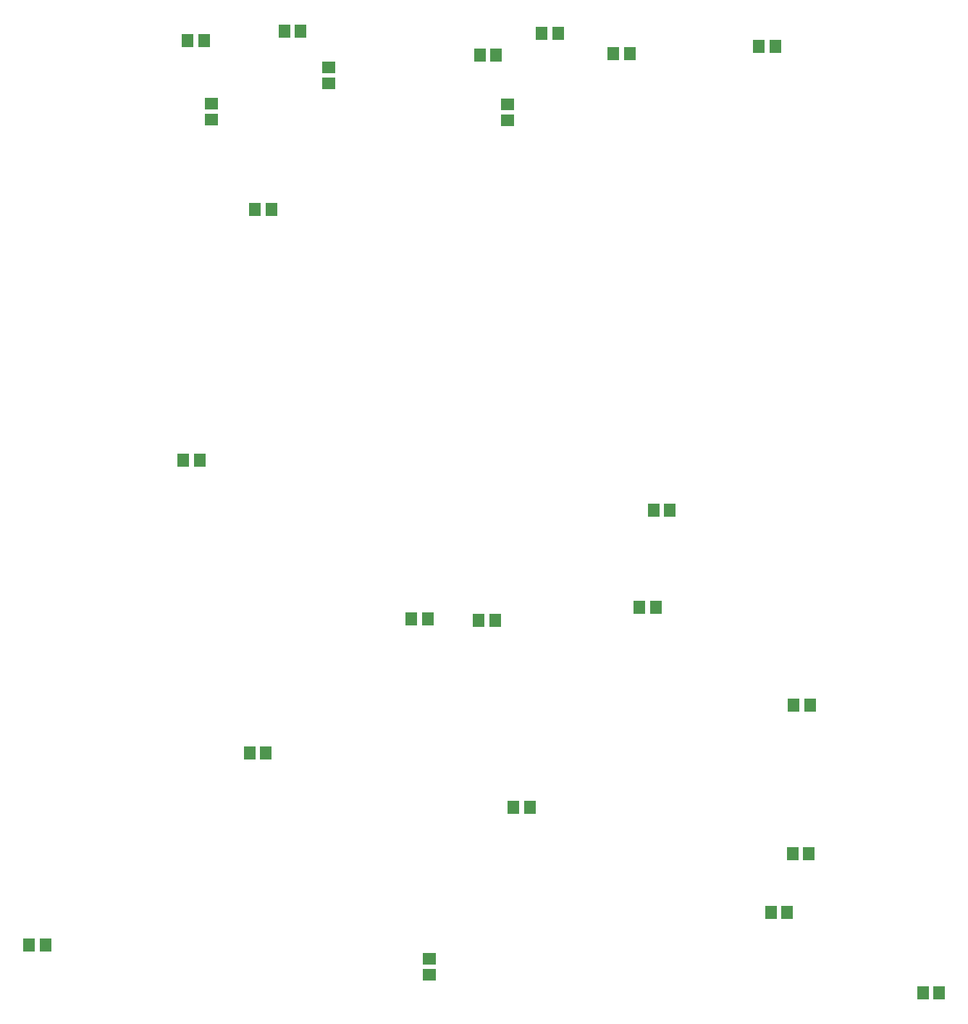
<source format=gbp>
G04 Layer_Color=16770453*
%FSLAX23Y23*%
%MOIN*%
G70*
G01*
G75*
%ADD10R,0.057X0.061*%
%ADD11R,0.061X0.057*%
D10*
X5298Y1010D02*
D03*
X5372D02*
D03*
X1257Y1230D02*
D03*
X1183D02*
D03*
X3617Y5425D02*
D03*
X3543D02*
D03*
X1913Y5390D02*
D03*
X1987D02*
D03*
X2358Y5435D02*
D03*
X2432D02*
D03*
X3993Y2785D02*
D03*
X4067D02*
D03*
X3487Y1865D02*
D03*
X3413D02*
D03*
X3947Y5330D02*
D03*
X3873D02*
D03*
X3332Y5325D02*
D03*
X3258D02*
D03*
X3017Y2730D02*
D03*
X2943D02*
D03*
X2223Y4615D02*
D03*
X2297D02*
D03*
X4617Y5365D02*
D03*
X4543D02*
D03*
X1893Y3460D02*
D03*
X1967D02*
D03*
X4672Y1380D02*
D03*
X4598D02*
D03*
X4772Y1650D02*
D03*
X4698D02*
D03*
X4058Y3230D02*
D03*
X4132D02*
D03*
X4703Y2335D02*
D03*
X4777D02*
D03*
X3327Y2725D02*
D03*
X3253D02*
D03*
X2272Y2115D02*
D03*
X2198D02*
D03*
D11*
X2020Y5102D02*
D03*
Y5028D02*
D03*
X2560Y5193D02*
D03*
Y5267D02*
D03*
X3385Y5097D02*
D03*
Y5023D02*
D03*
X3025Y1167D02*
D03*
Y1093D02*
D03*
M02*

</source>
